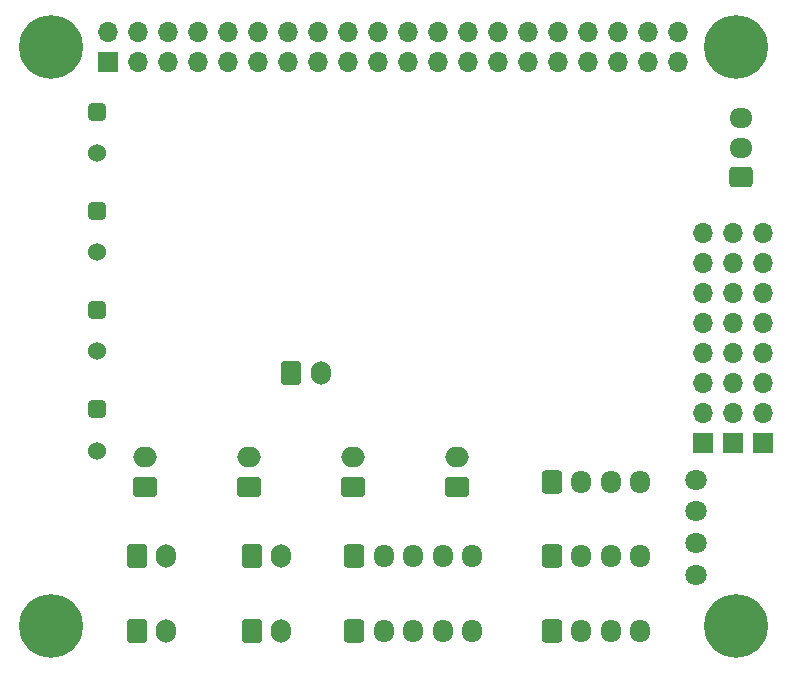
<source format=gbr>
%TF.GenerationSoftware,KiCad,Pcbnew,7.0.10-7.0.10~ubuntu22.04.1*%
%TF.CreationDate,2024-02-14T11:38:45+01:00*%
%TF.ProjectId,puissanceok,70756973-7361-46e6-9365-6f6b2e6b6963,rev?*%
%TF.SameCoordinates,Original*%
%TF.FileFunction,Soldermask,Bot*%
%TF.FilePolarity,Negative*%
%FSLAX46Y46*%
G04 Gerber Fmt 4.6, Leading zero omitted, Abs format (unit mm)*
G04 Created by KiCad (PCBNEW 7.0.10-7.0.10~ubuntu22.04.1) date 2024-02-14 11:38:45*
%MOMM*%
%LPD*%
G01*
G04 APERTURE LIST*
G04 Aperture macros list*
%AMRoundRect*
0 Rectangle with rounded corners*
0 $1 Rounding radius*
0 $2 $3 $4 $5 $6 $7 $8 $9 X,Y pos of 4 corners*
0 Add a 4 corners polygon primitive as box body*
4,1,4,$2,$3,$4,$5,$6,$7,$8,$9,$2,$3,0*
0 Add four circle primitives for the rounded corners*
1,1,$1+$1,$2,$3*
1,1,$1+$1,$4,$5*
1,1,$1+$1,$6,$7*
1,1,$1+$1,$8,$9*
0 Add four rect primitives between the rounded corners*
20,1,$1+$1,$2,$3,$4,$5,0*
20,1,$1+$1,$4,$5,$6,$7,0*
20,1,$1+$1,$6,$7,$8,$9,0*
20,1,$1+$1,$8,$9,$2,$3,0*%
G04 Aperture macros list end*
%ADD10C,0.800000*%
%ADD11C,5.400000*%
%ADD12RoundRect,0.250000X-0.600000X-0.750000X0.600000X-0.750000X0.600000X0.750000X-0.600000X0.750000X0*%
%ADD13O,1.700000X2.000000*%
%ADD14RoundRect,0.250000X-0.600000X-0.725000X0.600000X-0.725000X0.600000X0.725000X-0.600000X0.725000X0*%
%ADD15O,1.700000X1.950000*%
%ADD16R,1.700000X1.700000*%
%ADD17O,1.700000X1.700000*%
%ADD18C,1.800000*%
%ADD19RoundRect,0.381000X-0.381000X0.381000X-0.381000X-0.381000X0.381000X-0.381000X0.381000X0.381000X0*%
%ADD20C,1.524000*%
%ADD21RoundRect,0.250000X0.725000X-0.600000X0.725000X0.600000X-0.725000X0.600000X-0.725000X-0.600000X0*%
%ADD22O,1.950000X1.700000*%
%ADD23RoundRect,0.250000X0.750000X-0.600000X0.750000X0.600000X-0.750000X0.600000X-0.750000X-0.600000X0*%
%ADD24O,2.000000X1.700000*%
G04 APERTURE END LIST*
D10*
%TO.C,H102*%
X105975000Y-50000000D03*
X106568109Y-48568109D03*
X106568109Y-51431891D03*
X108000000Y-47975000D03*
D11*
X108000000Y-50000000D03*
D10*
X108000000Y-52025000D03*
X109431891Y-48568109D03*
X109431891Y-51431891D03*
X110025000Y-50000000D03*
%TD*%
D12*
%TO.C,J107*%
X57300000Y-99400000D03*
D13*
X59800000Y-99400000D03*
%TD*%
D14*
%TO.C,J114*%
X75700000Y-93100000D03*
D15*
X78200000Y-93100000D03*
X80700000Y-93100000D03*
X83200000Y-93100000D03*
X85700000Y-93100000D03*
%TD*%
D16*
%TO.C,J111*%
X110300000Y-83480000D03*
D17*
X110300000Y-80940000D03*
X110300000Y-78400000D03*
X110300000Y-75860000D03*
X110300000Y-73320000D03*
X110300000Y-70780000D03*
X110300000Y-68240000D03*
X110300000Y-65700000D03*
%TD*%
D12*
%TO.C,J108*%
X67000000Y-93100000D03*
D13*
X69500000Y-93100000D03*
%TD*%
D18*
%TO.C,TP104*%
X104600000Y-94700000D03*
%TD*%
D19*
%TO.C,J101*%
X53900000Y-63850000D03*
D20*
X53900000Y-67350000D03*
%TD*%
D14*
%TO.C,J115*%
X75700000Y-99400000D03*
D15*
X78200000Y-99400000D03*
X80700000Y-99400000D03*
X83200000Y-99400000D03*
X85700000Y-99400000D03*
%TD*%
D12*
%TO.C,J110*%
X70350000Y-77575000D03*
D13*
X72850000Y-77575000D03*
%TD*%
D14*
%TO.C,J801*%
X92400000Y-99400000D03*
D15*
X94900000Y-99400000D03*
X97400000Y-99400000D03*
X99900000Y-99400000D03*
%TD*%
D18*
%TO.C,TP103*%
X104600000Y-89300000D03*
%TD*%
D19*
%TO.C,J104*%
X53900000Y-80650000D03*
D20*
X53900000Y-84150000D03*
%TD*%
D10*
%TO.C,H104*%
X47975000Y-99000000D03*
X48568109Y-97568109D03*
X48568109Y-100431891D03*
X50000000Y-96975000D03*
D11*
X50000000Y-99000000D03*
D10*
X50000000Y-101025000D03*
X51431891Y-97568109D03*
X51431891Y-100431891D03*
X52025000Y-99000000D03*
%TD*%
D14*
%TO.C,J1101*%
X92400000Y-93100000D03*
D15*
X94900000Y-93100000D03*
X97400000Y-93100000D03*
X99900000Y-93100000D03*
%TD*%
D16*
%TO.C,J113*%
X105220000Y-83480000D03*
D17*
X105220000Y-80940000D03*
X105220000Y-78400000D03*
X105220000Y-75860000D03*
X105220000Y-73320000D03*
X105220000Y-70780000D03*
X105220000Y-68240000D03*
X105220000Y-65700000D03*
%TD*%
D21*
%TO.C,J901*%
X108400000Y-61000000D03*
D22*
X108400000Y-58500000D03*
X108400000Y-56000000D03*
%TD*%
D10*
%TO.C,H103*%
X105975000Y-99000000D03*
X106568109Y-97568109D03*
X106568109Y-100431891D03*
X108000000Y-96975000D03*
D11*
X108000000Y-99000000D03*
D10*
X108000000Y-101025000D03*
X109431891Y-97568109D03*
X109431891Y-100431891D03*
X110025000Y-99000000D03*
%TD*%
D14*
%TO.C,J1001*%
X92400000Y-86800000D03*
D15*
X94900000Y-86800000D03*
X97400000Y-86800000D03*
X99900000Y-86800000D03*
%TD*%
D19*
%TO.C,J103*%
X53900000Y-72250000D03*
D20*
X53900000Y-75750000D03*
%TD*%
D19*
%TO.C,J102*%
X53900000Y-55450000D03*
D20*
X53900000Y-58950000D03*
%TD*%
D23*
%TO.C,J701*%
X84400000Y-87200000D03*
D24*
X84400000Y-84700000D03*
%TD*%
D23*
%TO.C,J501*%
X75600000Y-87200000D03*
D24*
X75600000Y-84700000D03*
%TD*%
D18*
%TO.C,TP102*%
X104600000Y-92000000D03*
%TD*%
%TO.C,TP101*%
X104600000Y-86600000D03*
%TD*%
D23*
%TO.C,J201*%
X58000000Y-87200000D03*
D24*
X58000000Y-84700000D03*
%TD*%
D16*
%TO.C,J112*%
X107760000Y-83480000D03*
D17*
X107760000Y-80940000D03*
X107760000Y-78400000D03*
X107760000Y-75860000D03*
X107760000Y-73320000D03*
X107760000Y-70780000D03*
X107760000Y-68240000D03*
X107760000Y-65700000D03*
%TD*%
D10*
%TO.C,H101*%
X47975000Y-50000000D03*
X48568109Y-48568109D03*
X48568109Y-51431891D03*
X50000000Y-47975000D03*
D11*
X50000000Y-50000000D03*
D10*
X50000000Y-52025000D03*
X51431891Y-48568109D03*
X51431891Y-51431891D03*
X52025000Y-50000000D03*
%TD*%
D12*
%TO.C,J109*%
X67000000Y-99400000D03*
D13*
X69500000Y-99400000D03*
%TD*%
D12*
%TO.C,J106*%
X57300000Y-93100000D03*
D13*
X59800000Y-93100000D03*
%TD*%
D23*
%TO.C,J401*%
X66800000Y-87200000D03*
D24*
X66800000Y-84700000D03*
%TD*%
D16*
%TO.C,J105*%
X54870000Y-51270000D03*
D17*
X54870000Y-48730000D03*
X57410000Y-51270000D03*
X57410000Y-48730000D03*
X59950000Y-51270000D03*
X59950000Y-48730000D03*
X62490000Y-51270000D03*
X62490000Y-48730000D03*
X65030000Y-51270000D03*
X65030000Y-48730000D03*
X67570000Y-51270000D03*
X67570000Y-48730000D03*
X70110000Y-51270000D03*
X70110000Y-48730000D03*
X72650000Y-51270000D03*
X72650000Y-48730000D03*
X75190000Y-51270000D03*
X75190000Y-48730000D03*
X77730000Y-51270000D03*
X77730000Y-48730000D03*
X80270000Y-51270000D03*
X80270000Y-48730000D03*
X82810000Y-51270000D03*
X82810000Y-48730000D03*
X85350000Y-51270000D03*
X85350000Y-48730000D03*
X87890000Y-51270000D03*
X87890000Y-48730000D03*
X90430000Y-51270000D03*
X90430000Y-48730000D03*
X92970000Y-51270000D03*
X92970000Y-48730000D03*
X95510000Y-51270000D03*
X95510000Y-48730000D03*
X98050000Y-51270000D03*
X98050000Y-48730000D03*
X100590000Y-51270000D03*
X100590000Y-48730000D03*
X103130000Y-51270000D03*
X103130000Y-48730000D03*
%TD*%
M02*

</source>
